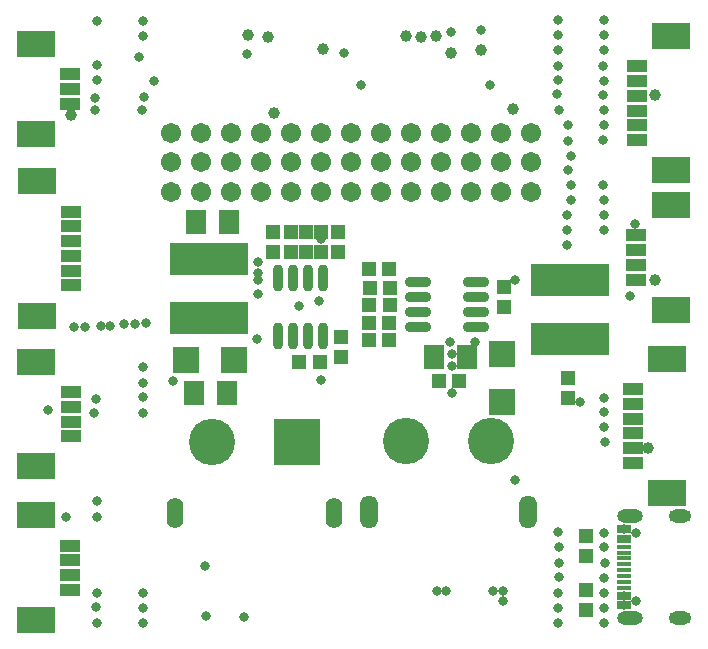
<source format=gbs>
G04*
G04 #@! TF.GenerationSoftware,Altium Limited,Altium Designer,24.4.1 (13)*
G04*
G04 Layer_Color=16711935*
%FSLAX44Y44*%
%MOMM*%
G71*
G04*
G04 #@! TF.SameCoordinates,5A4A1F7D-102A-4DB2-8EF6-149E98EE43DC*
G04*
G04*
G04 #@! TF.FilePolarity,Negative*
G04*
G01*
G75*
%ADD36R,1.2032X1.3032*%
%ADD37R,1.3032X1.2032*%
G04:AMPARAMS|DCode=43|XSize=2.1732mm|YSize=0.8032mm|CornerRadius=0.2636mm|HoleSize=0mm|Usage=FLASHONLY|Rotation=0.000|XOffset=0mm|YOffset=0mm|HoleType=Round|Shape=RoundedRectangle|*
%AMROUNDEDRECTD43*
21,1,2.1732,0.2760,0,0,0.0*
21,1,1.6460,0.8032,0,0,0.0*
1,1,0.5272,0.8230,-0.1380*
1,1,0.5272,-0.8230,-0.1380*
1,1,0.5272,-0.8230,0.1380*
1,1,0.5272,0.8230,0.1380*
%
%ADD43ROUNDEDRECTD43*%
%ADD46R,2.2032X2.2032*%
%ADD47R,1.8032X1.0032*%
%ADD48R,3.2032X2.3032*%
%ADD50R,1.8032X2.0032*%
%ADD51O,1.5032X2.8032*%
%ADD52C,3.9192*%
%ADD53O,1.4032X2.6032*%
%ADD54R,3.9192X3.9192*%
%ADD55O,2.2032X1.1032*%
%ADD56O,1.9032X1.1032*%
%ADD57C,0.8032*%
%ADD58C,1.7032*%
%ADD59C,1.0032*%
G04:AMPARAMS|DCode=77|XSize=2.1732mm|YSize=0.8032mm|CornerRadius=0.2636mm|HoleSize=0mm|Usage=FLASHONLY|Rotation=90.000|XOffset=0mm|YOffset=0mm|HoleType=Round|Shape=RoundedRectangle|*
%AMROUNDEDRECTD77*
21,1,2.1732,0.2760,0,0,90.0*
21,1,1.6460,0.8032,0,0,90.0*
1,1,0.5272,0.1380,0.8230*
1,1,0.5272,0.1380,-0.8230*
1,1,0.5272,-0.1380,-0.8230*
1,1,0.5272,-0.1380,0.8230*
%
%ADD77ROUNDEDRECTD77*%
%ADD78R,6.7032X2.7032*%
%ADD79R,2.2032X2.2032*%
%ADD80R,1.2400X0.7000*%
%ADD81R,1.2400X0.4000*%
D36*
X439000Y1153500D02*
D03*
Y1170500D02*
D03*
X455000Y1171000D02*
D03*
Y1154000D02*
D03*
X494500Y1154000D02*
D03*
Y1171000D02*
D03*
X467250Y1171000D02*
D03*
Y1154000D02*
D03*
X479750Y1154000D02*
D03*
Y1171000D02*
D03*
X688750Y1030000D02*
D03*
Y1047000D02*
D03*
X635000Y1124000D02*
D03*
Y1107000D02*
D03*
X496500Y1082250D02*
D03*
Y1065250D02*
D03*
X704750Y896750D02*
D03*
Y913750D02*
D03*
Y867500D02*
D03*
Y850500D02*
D03*
D37*
X597250Y1044750D02*
D03*
X580250D02*
D03*
X520500Y1079750D02*
D03*
X537500D02*
D03*
X538500Y1123250D02*
D03*
X521500D02*
D03*
X520750Y1139500D02*
D03*
X537750D02*
D03*
X521000Y1108750D02*
D03*
X538000D02*
D03*
X537250Y1093750D02*
D03*
X520250D02*
D03*
X478750Y1060750D02*
D03*
X461750D02*
D03*
D43*
X562000Y1128800D02*
D03*
Y1116100D02*
D03*
Y1103400D02*
D03*
Y1090700D02*
D03*
X611500D02*
D03*
Y1103400D02*
D03*
Y1116100D02*
D03*
Y1128800D02*
D03*
D46*
X633000Y1067250D02*
D03*
Y1027250D02*
D03*
D47*
X267500Y1304350D02*
D03*
Y1291850D02*
D03*
Y1279350D02*
D03*
X743750Y1037900D02*
D03*
Y1025400D02*
D03*
Y1012900D02*
D03*
Y1000400D02*
D03*
Y987900D02*
D03*
Y975400D02*
D03*
X268500Y1125600D02*
D03*
Y1138100D02*
D03*
Y1150600D02*
D03*
Y1163100D02*
D03*
Y1175600D02*
D03*
Y1188100D02*
D03*
X267750Y867850D02*
D03*
Y880350D02*
D03*
Y892850D02*
D03*
Y905350D02*
D03*
X268000Y997850D02*
D03*
Y1010350D02*
D03*
Y1022850D02*
D03*
Y1035350D02*
D03*
X747000Y1168000D02*
D03*
Y1155500D02*
D03*
Y1143000D02*
D03*
Y1130500D02*
D03*
X747250Y1311150D02*
D03*
Y1298650D02*
D03*
Y1286150D02*
D03*
Y1273650D02*
D03*
Y1261150D02*
D03*
Y1248650D02*
D03*
D48*
X238500Y1329850D02*
D03*
Y1253850D02*
D03*
X772750Y1063400D02*
D03*
Y949900D02*
D03*
X239500Y1100100D02*
D03*
Y1213600D02*
D03*
X238750Y842350D02*
D03*
Y930850D02*
D03*
X239000Y972350D02*
D03*
Y1060850D02*
D03*
X776000Y1193500D02*
D03*
Y1105000D02*
D03*
X776250Y1336650D02*
D03*
Y1223150D02*
D03*
D50*
X575750Y1064750D02*
D03*
X603750D02*
D03*
X400750Y1034500D02*
D03*
X372750D02*
D03*
X374000Y1179500D02*
D03*
X402000D02*
D03*
D51*
X520500Y934000D02*
D03*
X655500D02*
D03*
D52*
X624000Y994000D02*
D03*
X552000D02*
D03*
X387500Y993250D02*
D03*
D53*
X491000Y933250D02*
D03*
X356000D02*
D03*
D54*
X459500Y993250D02*
D03*
D55*
X741990Y930198D02*
D03*
Y843698D02*
D03*
D56*
X783690Y930198D02*
D03*
Y843698D02*
D03*
D57*
X746890Y915848D02*
D03*
Y858048D02*
D03*
X720000Y852800D02*
D03*
X644000Y961000D02*
D03*
X720000Y840100D02*
D03*
X681000D02*
D03*
Y852800D02*
D03*
Y865500D02*
D03*
X719000Y1311600D02*
D03*
X325947Y1318947D02*
D03*
X329250Y1337000D02*
D03*
X499500Y1322250D02*
D03*
X381500Y888250D02*
D03*
X719500Y1261250D02*
D03*
Y1274500D02*
D03*
X719000Y1286500D02*
D03*
X719250Y1298750D02*
D03*
X719000Y1248750D02*
D03*
X330250Y1285000D02*
D03*
X338611Y1298504D02*
D03*
X288750Y1274250D02*
D03*
X328750Y1273750D02*
D03*
X288500Y1284250D02*
D03*
X427000Y1130500D02*
D03*
X480000Y1045750D02*
D03*
X681250Y1274000D02*
D03*
X680000Y1287750D02*
D03*
X680750Y1299250D02*
D03*
X332000Y1093750D02*
D03*
X322750Y1093000D02*
D03*
X301250Y1091250D02*
D03*
X280500Y1090750D02*
D03*
X293750Y1091500D02*
D03*
X313000Y1093250D02*
D03*
X271000Y1090000D02*
D03*
X591000Y1067500D02*
D03*
X590750Y1057750D02*
D03*
X589500Y1078000D02*
D03*
X590750Y1034500D02*
D03*
X610000Y1077500D02*
D03*
X644366Y1130591D02*
D03*
X521500Y1123250D02*
D03*
X427000Y1145250D02*
D03*
Y1136250D02*
D03*
X426500Y1118500D02*
D03*
X496000Y1082250D02*
D03*
X479750Y1164750D02*
D03*
X461750Y1108000D02*
D03*
X478250Y1112750D02*
D03*
X248500Y1020000D02*
D03*
X354500Y1044500D02*
D03*
X366000Y1062750D02*
D03*
X719500Y1185250D02*
D03*
X719250Y1172500D02*
D03*
X287600Y1017779D02*
D03*
X329250Y1017750D02*
D03*
X699000Y1027000D02*
D03*
X741250Y1116250D02*
D03*
X290000Y1299250D02*
D03*
X425500Y1080250D02*
D03*
X443750Y1083000D02*
D03*
X402000Y1179500D02*
D03*
X681250Y890750D02*
D03*
Y878500D02*
D03*
X264000Y929500D02*
D03*
X720000Y915750D02*
D03*
X681250Y903750D02*
D03*
X681000Y916500D02*
D03*
X720000Y865250D02*
D03*
Y878250D02*
D03*
X745750Y1177750D02*
D03*
X680750Y1324600D02*
D03*
Y1337300D02*
D03*
Y1350000D02*
D03*
X719750D02*
D03*
Y1337300D02*
D03*
Y1324600D02*
D03*
X513500Y1295000D02*
D03*
X290250Y942750D02*
D03*
X290000Y929500D02*
D03*
X289500Y1029750D02*
D03*
X329250Y1349500D02*
D03*
X290000Y1349750D02*
D03*
X290000Y1311900D02*
D03*
X417250Y1321500D02*
D03*
X290000Y839500D02*
D03*
X289750Y853000D02*
D03*
X290000Y865250D02*
D03*
X329000Y865500D02*
D03*
Y852500D02*
D03*
Y839500D02*
D03*
X691750Y1197500D02*
D03*
Y1210750D02*
D03*
Y1235331D02*
D03*
X688750Y1223500D02*
D03*
X689250Y1261500D02*
D03*
Y1248250D02*
D03*
X688250Y1185000D02*
D03*
X688000Y1172500D02*
D03*
Y1159500D02*
D03*
X680500Y1311250D02*
D03*
X719000Y1210750D02*
D03*
X719250Y1197750D02*
D03*
X720000Y904250D02*
D03*
X720750Y890750D02*
D03*
X704750Y913750D02*
D03*
Y850500D02*
D03*
X736190Y854948D02*
D03*
Y918948D02*
D03*
Y862948D02*
D03*
X720250Y992750D02*
D03*
X720000Y1005500D02*
D03*
Y1030500D02*
D03*
X719750Y1018000D02*
D03*
X329250Y1056250D02*
D03*
X329000Y1043000D02*
D03*
X329250Y1031000D02*
D03*
X415000Y844750D02*
D03*
X382250Y846000D02*
D03*
X634000Y858250D02*
D03*
X586000Y866750D02*
D03*
X578000D02*
D03*
X626000Y867000D02*
D03*
X633750D02*
D03*
X623000Y1295250D02*
D03*
X615500Y1341750D02*
D03*
X590250Y1339750D02*
D03*
D58*
X353100Y1254750D02*
D03*
X657900D02*
D03*
X378500D02*
D03*
X403900D02*
D03*
X429300D02*
D03*
X454700D02*
D03*
X480100D02*
D03*
X505500D02*
D03*
X530900D02*
D03*
X556300D02*
D03*
X581700D02*
D03*
X607100D02*
D03*
X632500D02*
D03*
X353100Y1229750D02*
D03*
X378500D02*
D03*
X403900D02*
D03*
X429300D02*
D03*
X454700D02*
D03*
X480100D02*
D03*
X505500D02*
D03*
X530900D02*
D03*
X556300D02*
D03*
X581700D02*
D03*
X607100D02*
D03*
X632500D02*
D03*
X657900D02*
D03*
X353000Y1204750D02*
D03*
X378400D02*
D03*
X403800D02*
D03*
X429200D02*
D03*
X454600D02*
D03*
X480000D02*
D03*
X505400D02*
D03*
X530800D02*
D03*
X556200D02*
D03*
X581600D02*
D03*
X607000D02*
D03*
X632400D02*
D03*
X657800D02*
D03*
D59*
X481750Y1325668D02*
D03*
X763000Y1130000D02*
D03*
X757250Y988250D02*
D03*
X763000Y1287000D02*
D03*
X642500Y1275250D02*
D03*
X268669Y1269669D02*
D03*
X418500Y1337750D02*
D03*
X435000Y1335750D02*
D03*
X440000Y1271500D02*
D03*
X551750Y1336500D02*
D03*
X564500Y1336250D02*
D03*
X577250Y1336500D02*
D03*
X590250Y1322750D02*
D03*
X615500Y1324750D02*
D03*
X371750Y1035000D02*
D03*
X399750Y1034000D02*
D03*
D77*
X482050Y1132250D02*
D03*
X469350D02*
D03*
X456650D02*
D03*
X443950D02*
D03*
Y1082750D02*
D03*
X456650D02*
D03*
X469350D02*
D03*
X482050D02*
D03*
D78*
X385000Y1098250D02*
D03*
Y1148250D02*
D03*
X690750Y1080500D02*
D03*
Y1130500D02*
D03*
D79*
X406000Y1062750D02*
D03*
X366000D02*
D03*
D80*
X736190Y918948D02*
D03*
Y910948D02*
D03*
Y862948D02*
D03*
Y854948D02*
D03*
D81*
Y889448D02*
D03*
Y894448D02*
D03*
Y899448D02*
D03*
Y904448D02*
D03*
Y884448D02*
D03*
Y879448D02*
D03*
Y874448D02*
D03*
Y869448D02*
D03*
M02*

</source>
